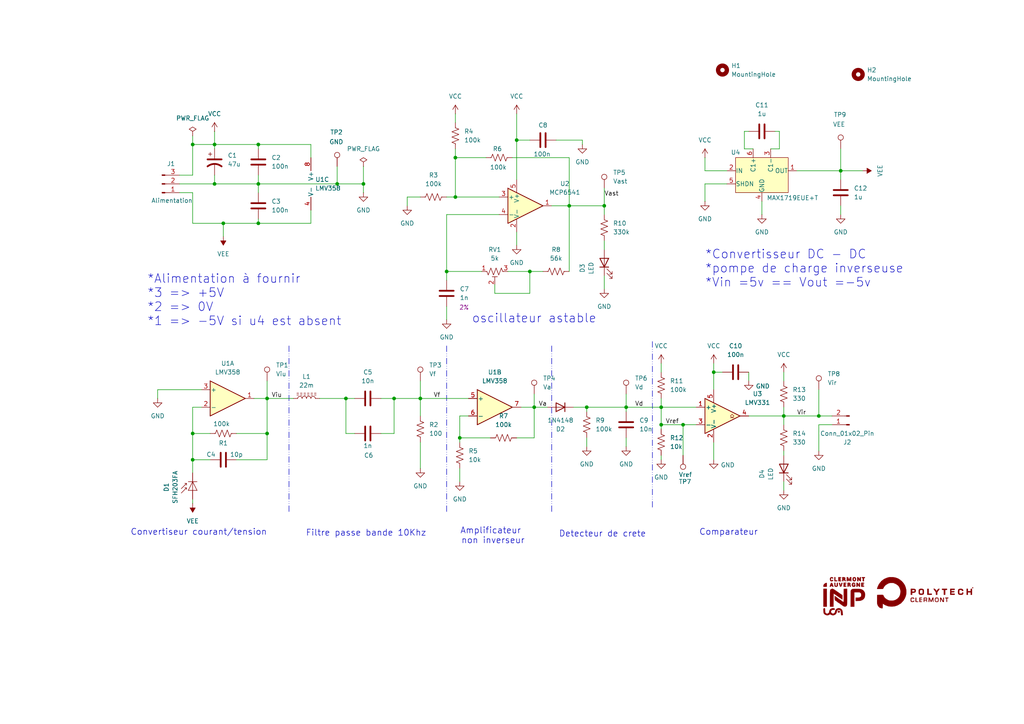
<source format=kicad_sch>
(kicad_sch (version 20250114) (generator "eeschema") (generator_version "9.0")
  (paper "A4")
  (title_block (title "Détecteur de présence pour train miniature") (date "30/09/2025") (rev "2.0") (company "Polytech Clermont") (comment 1 "Mustapha Lahmer"))
  (lib_symbols
    (symbol "Amplifier_Operational:LMV358" (pin_names (offset 0.127))
      (property "Reference" "U" (at 0 5.08 0))
      (property "Value" "LMV358" (at 0 -5.08 0))
      (symbol "LMV358_1_1"
        (pin input line (at -7.62 2.54 0) (length 2.54) (name "+") (number "3"))
        (pin input line (at -7.62 -2.54 0) (length 2.54) (name "-") (number "2"))
        (pin output line (at 7.62 0 180) (length 2.54) (name "~") (number "1"))
      )
      (symbol "LMV358_2_1"
        (pin input line (at -7.62 2.54 0) (length 2.54) (name "+") (number "5"))
        (pin input line (at -7.62 -2.54 0) (length 2.54) (name "-") (number "6"))
        (pin output line (at 7.62 0 180) (length 2.54) (name "~") (number "7"))
      )
      (symbol "LMV358_3_1"
        (pin power_in line (at -2.54 7.62 270) (length 3.81) (name "V+") (number "8"))
        (pin power_in line (at -2.54 -7.62 90) (length 3.81) (name "V-") (number "4"))
      )
    )
    (symbol "C_1" (pin_numbers (hide yes)) (pin_names (offset 0.254))
      (property "Reference" "C2" (at 3.81 1.2701 0))
      (property "Value" "100n" (at 3.81 -1.2699 0))
      (symbol "C_1_1_1"
        (pin passive line (at 0 3.81 270) (length 2.794) (name "~") (number "1"))
        (pin passive line (at 0 -3.81 90) (length 2.794) (name "~") (number "2"))
      )
    )
    (symbol "Comparator:LMV331" (pin_names (offset 0.127))
      (property "Reference" "U" (at 1.27 5.08 0))
      (property "Value" "LMV331" (at 3.81 -5.08 0))
      (symbol "LMV331_1_1"
        (pin input line (at -7.62 2.54 0) (length 2.54) (name "+") (number "1"))
        (pin input line (at -7.62 -2.54 0) (length 2.54) (name "-") (number "3"))
        (pin power_in line (at -2.54 7.62 270) (length 3.81) (name "V+") (number "5"))
        (pin power_in line (at -2.54 -7.62 90) (length 3.81) (name "V-") (number "2"))
        (pin open_collector line (at 7.62 0 180) (length 2.54) (name "~") (number "4"))
      )
    )
    (symbol "Comparator:MCP6561-OT" (pin_names (offset 0.127))
      (property "Reference" "U" (at -1.27 6.35 0))
      (property "Value" "MCP6561-OT" (at -1.27 3.81 0))
      (symbol "MCP6561-OT_0_1"
        (pin power_in line (at -2.54 7.62 270) (length 3.81) (name "V+") (number "5"))
        (pin power_in line (at -2.54 -7.62 90) (length 3.81) (name "V-") (number "2"))
      )
      (symbol "MCP6561-OT_1_1"
        (pin input line (at -7.62 2.54 0) (length 2.54) (name "+") (number "3"))
        (pin input line (at -7.62 -2.54 0) (length 2.54) (name "-") (number "4"))
        (pin output line (at 7.62 0 180) (length 2.54) (name "~") (number "1"))
      )
    )
    (symbol "Connector:Conn_01x02_Pin" (pin_names (offset 1.016) (hide yes))
      (property "Reference" "J" (at 0 2.54 0))
      (property "Value" "Conn_01x02_Pin" (at 0 -5.08 0))
      (symbol "Conn_01x02_Pin_1_1"
        (pin passive line (at 5.08 0 180) (length 3.81) (name "Pin_1") (number "1"))
        (pin passive line (at 5.08 -2.54 180) (length 3.81) (name "Pin_2") (number "2"))
      )
    )
    (symbol "Connector:Conn_01x03_Pin" (pin_names (offset 1.016) (hide yes))
      (property "Reference" "J" (at 0 5.08 0))
      (property "Value" "Conn_01x03_Pin" (at 0 -5.08 0))
      (symbol "Conn_01x03_Pin_1_1"
        (pin passive line (at 5.08 2.54 180) (length 3.81) (name "Pin_1") (number "1"))
        (pin passive line (at 5.08 0 180) (length 3.81) (name "Pin_2") (number "2"))
        (pin passive line (at 5.08 -2.54 180) (length 3.81) (name "Pin_3") (number "3"))
      )
    )
    (symbol "Connector:TestPoint" (pin_numbers (hide yes)) (pin_names (offset 0.762) (hide yes))
      (property "Reference" "TP" (at 0 6.858 0))
      (property "Value" "TestPoint" (at 0 5.08 0))
      (symbol "TestPoint_1_1"
        (pin passive line (at 0 0 90) (length 2.54) (name "1") (number "1"))
      )
    )
    (symbol "Device:C" (pin_numbers (hide yes)) (pin_names (offset 0.254))
      (property "Reference" "C" (at 0.635 2.54 0))
      (property "Value" "C" (at 0.635 -2.54 0))
      (symbol "C_1_1"
        (pin passive line (at 0 3.81 270) (length 2.794) (name "~") (number "1"))
        (pin passive line (at 0 -3.81 90) (length 2.794) (name "~") (number "2"))
      )
    )
    (symbol "Device:C_Polarized_US" (pin_numbers (hide yes)) (pin_names (offset 0.254) (hide yes))
      (property "Reference" "C" (at 0.635 2.54 0))
      (property "Value" "C_Polarized_US" (at 0.635 -2.54 0))
      (symbol "C_Polarized_US_1_1"
        (pin passive line (at 0 3.81 270) (length 2.794) (name "~") (number "1"))
        (pin passive line (at 0 -3.81 90) (length 3.302) (name "~") (number "2"))
      )
    )
    (symbol "Device:LED" (pin_numbers (hide yes)) (pin_names (offset 1.016) (hide yes))
      (property "Reference" "D" (at 0 2.54 0))
      (property "Value" "LED" (at 0 -2.54 0))
      (symbol "LED_1_1"
        (pin passive line (at -3.81 0 0) (length 2.54) (name "K") (number "1"))
        (pin passive line (at 3.81 0 180) (length 2.54) (name "A") (number "2"))
      )
    )
    (symbol "Device:L_Ferrite" (pin_numbers (hide yes)) (pin_names (offset 1.016) (hide yes))
      (property "Reference" "L" (at -1.27 0 90))
      (property "Value" "L_Ferrite" (at 2.794 0 90))
      (symbol "L_Ferrite_1_1"
        (pin passive line (at 0 3.81 270) (length 1.27) (name "1") (number "1"))
        (pin passive line (at 0 -3.81 90) (length 1.27) (name "2") (number "2"))
      )
    )
    (symbol "Device:R_Potentiometer_Trim_US" (pin_names (offset 1.016) (hide yes))
      (property "Reference" "RV" (at -4.445 0 90))
      (property "Value" "R_Potentiometer_Trim_US" (at -2.54 0 90))
      (symbol "R_Potentiometer_Trim_US_1_1"
        (pin passive line (at 0 3.81 270) (length 1.27) (name "1") (number "1"))
        (pin passive line (at 0 -3.81 90) (length 1.27) (name "3") (number "3"))
        (pin passive line (at 3.81 0 180) (length 1.27) (name "2") (number "2"))
      )
    )
    (symbol "Device:R_US" (pin_numbers (hide yes)) (pin_names (offset 0))
      (property "Reference" "R" (at 2.54 0 90))
      (property "Value" "R_US" (at -2.54 0 90))
      (symbol "R_US_1_1"
        (pin passive line (at 0 3.81 270) (length 1.27) (name "~") (number "1"))
        (pin passive line (at 0 -3.81 90) (length 1.27) (name "~") (number "2"))
      )
    )
    (symbol "Diode:1N4148" (pin_numbers (hide yes)) (pin_names (hide yes))
      (property "Reference" "D" (at 0 2.54 0))
      (property "Value" "1N4148" (at 0 -2.54 0))
      (symbol "1N4148_1_1"
        (pin passive line (at -3.81 0 0) (length 2.54) (name "K") (number "1"))
        (pin passive line (at 3.81 0 180) (length 2.54) (name "A") (number "2"))
      )
    )
    (symbol "LOGO:LOGO" (pin_names (offset 1.016)))
    (symbol "Mechanical:MountingHole" (pin_names (offset 1.016)) (in_bom no)
      (property "Reference" "H" (at 0 5.08 0))
      (property "Value" "MountingHole" (at 0 3.175 0))
    )
    (symbol "Sensor_Optical:SFH203FA" (pin_numbers (hide yes)) (pin_names (hide yes))
      (property "Reference" "D" (at 0.508 1.778 0))
      (property "Value" "SFH203FA" (at -1.016 -2.794 0))
      (symbol "SFH203FA_1_1"
        (pin passive line (at -5.08 0 0) (length 2.54) (name "K") (number "1"))
        (pin passive line (at 2.54 0 180) (length 2.54) (name "A") (number "2"))
      )
    )
    (symbol "mysymbol:MAX1719EUE+T" (pin_names (offset 0.0129))
      (property "Reference" "U" (at 0 0 0))
      (symbol "MAX1719EUE+T_1_1"
        (pin input line (at -2.54 -6.35 0) (length 2.54) (name "IN") (number "2"))
        (pin input line (at -2.54 -10.16 0) (length 2.54) (name "SHDN") (number "5"))
        (pin passive line (at 5.08 0 270) (length 2.54) (name "C1+") (number "6"))
        (pin power_in line (at 7.62 -15.24 90) (length 2.54) (name "GND") (number "4"))
        (pin passive line (at 10.16 0 270) (length 2.54) (name "C1-") (number "3"))
        (pin power_out line (at 17.78 -6.35 180) (length 2.54) (name "OUT") (number "1"))
      )
    )
    (symbol "power:GND" (power) (pin_numbers (hide yes)) (pin_names (offset 0) (hide yes))
      (property "Value" "GND" (at 0 -3.81 0))
      (symbol "GND_1_1"
        (pin power_in line (at 0 0 270) (length 0) (name "~") (number "1"))
      )
    )
    (symbol "power:PWR_FLAG" (power) (pin_numbers (hide yes)) (pin_names (offset 0) (hide yes))
      (property "Value" "PWR_FLAG" (at 0 3.81 0))
      (symbol "PWR_FLAG_0_0"
        (pin power_out line (at 0 0 90) (length 0) (name "~") (number "1"))
      )
    )
    (symbol "power:VCC" (power) (pin_numbers (hide yes)) (pin_names (offset 0) (hide yes))
      (property "Value" "VCC" (at 0 3.556 0))
      (symbol "VCC_1_1"
        (pin power_in line (at 0 0 90) (length 0) (name "~") (number "1"))
      )
    )
    (symbol "power:VEE" (power) (pin_numbers (hide yes)) (pin_names (offset 0) (hide yes))
      (property "Value" "VEE" (at 0 3.556 0))
      (symbol "VEE_1_1"
        (pin power_in line (at 0 0 90) (length 0) (name "~") (number "1"))
      )
    )
  )
  (text "Convertiseur courant/tension" (at 57.658 154.432 0) (effects (font (size 1.778 1.778))))
  (text "*Alimentation à fournir\n*3 => +5V\n*2 => 0V\n*1 => -5V si u4 est absent" (at 42.672 87.122 0) (effects (font (size 2.54 2.54)) (justify left)))
  (text "Detecteur de crete" (at 174.752 154.94 0) (effects (font (size 1.778 1.778))))
  (text "Amplificateur \nnon inverseur" (at 143.002 155.448 0) (effects (font (size 1.778 1.778))))
  (text "*Convertisseur DC - DC\n*pompe de charge inverseuse\n*Vin =5v == Vout =-5v" (at 204.47 77.978 0) (effects (font (size 2.54 2.54)) (justify left)))
  (text "oscillateur astable" (at 154.94 92.456 0) (effects (font (size 2.54 2.54))))
  (text "Comparateur" (at 211.328 154.432 0) (effects (font (size 1.778 1.778))))
  (text "Filtre passe bande 10Khz" (at 106.172 154.686 0) (effects (font (size 1.778 1.778))))
  (junction (at 207.01 107.95))
  (junction (at 227.33 120.65))
  (junction (at 154.94 118.11))
  (junction (at 64.77 64.77))
  (junction (at 153.67 78.74))
  (junction (at 129.54 78.74))
  (junction (at 191.77 118.11))
  (junction (at 105.41 53.34))
  (junction (at 74.93 64.77))
  (junction (at 175.26 59.69))
  (junction (at 191.77 123.19))
  (junction (at 165.1 59.69))
  (junction (at 132.08 57.15))
  (junction (at 55.88 133.35))
  (junction (at 62.23 41.91))
  (junction (at 114.3 115.57))
  (junction (at 121.92 115.57))
  (junction (at 74.93 53.34))
  (junction (at 198.12 123.19))
  (junction (at 243.84 49.53))
  (junction (at 132.08 45.72))
  (junction (at 77.47 115.57))
  (junction (at 77.47 125.73))
  (junction (at 149.86 40.64))
  (junction (at 74.93 41.91))
  (junction (at 170.18 118.11))
  (junction (at 62.23 53.34))
  (junction (at 55.88 125.73))
  (junction (at 100.33 115.57))
  (junction (at 237.49 120.65))
  (junction (at 133.35 127))
  (junction (at 181.61 118.11))
  (junction (at 55.88 41.91))
  (junction (at 97.79 53.34))
  (wire (pts (xy 68.58 133.35) (xy 77.47 133.35)))
  (wire (pts (xy 90.17 45.72) (xy 90.17 41.91)))
  (wire (pts (xy 129.54 57.15) (xy 132.08 57.15)))
  (wire (pts (xy 191.77 118.11) (xy 201.93 118.11)))
  (wire (pts (xy 100.33 125.73) (xy 100.33 115.57)))
  (wire (pts (xy 165.1 59.69) (xy 165.1 78.74)))
  (wire (pts (xy 149.86 67.31) (xy 149.86 71.12)))
  (wire (pts (xy 55.88 133.35) (xy 55.88 137.16)))
  (wire (pts (xy 227.33 120.65) (xy 227.33 123.19)))
  (wire (pts (xy 74.93 53.34) (xy 97.79 53.34)))
  (wire (pts (xy 55.88 125.73) (xy 55.88 118.11)))
  (wire (pts (xy 175.26 59.69) (xy 165.1 59.69)))
  (wire (pts (xy 52.07 50.8) (xy 55.88 50.8)))
  (wire (pts (xy 121.92 115.57) (xy 135.89 115.57)))
  (wire (pts (xy 52.07 53.34) (xy 62.23 53.34)))
  (wire (pts (xy 55.88 55.88) (xy 52.07 55.88)))
  (wire (pts (xy 133.35 127) (xy 142.24 127)))
  (wire (pts (xy 102.87 125.73) (xy 100.33 125.73)))
  (wire (pts (xy 132.08 57.15) (xy 144.78 57.15)))
  (wire (pts (xy 73.66 115.57) (xy 77.47 115.57)))
  (wire (pts (xy 217.17 107.95) (xy 217.17 110.49)))
  (wire (pts (xy 175.26 62.23) (xy 175.26 59.69)))
  (wire (pts (xy 90.17 41.91) (xy 74.93 41.91)))
  (wire (pts (xy 166.37 118.11) (xy 170.18 118.11)))
  (wire (pts (xy 191.77 123.19) (xy 191.77 124.46)))
  (wire (pts (xy 147.32 78.74) (xy 153.67 78.74)))
  (wire (pts (xy 227.33 107.95) (xy 227.33 110.49)))
  (wire (pts (xy 191.77 132.08) (xy 191.77 133.35)))
  (wire (pts (xy 215.9 43.18) (xy 218.44 43.18)))
  (wire (pts (xy 97.79 48.26) (xy 97.79 53.34)))
  (wire (pts (xy 55.88 118.11) (xy 58.42 118.11)))
  (wire (pts (xy 153.67 85.09) (xy 153.67 78.74)))
  (wire (pts (xy 154.94 127) (xy 149.86 127)))
  (wire (pts (xy 105.41 48.26) (xy 105.41 53.34)))
  (wire (pts (xy 144.78 62.23) (xy 129.54 62.23)))
  (wire (pts (xy 132.08 45.72) (xy 132.08 57.15)))
  (wire (pts (xy 168.91 40.64) (xy 168.91 41.91)))
  (wire (pts (xy 181.61 119.38) (xy 181.61 118.11)))
  (wire (pts (xy 226.06 38.1) (xy 226.06 43.18)))
  (wire (pts (xy 154.94 118.11) (xy 158.75 118.11)))
  (polyline (pts (xy 129.54 100.33) (xy 129.54 148.59)) (stroke (width 0.1524) (type dash_dot_dot)))
  (wire (pts (xy 149.86 33.02) (xy 149.86 40.64)))
  (wire (pts (xy 226.06 43.18) (xy 223.52 43.18)))
  (wire (pts (xy 181.61 114.3) (xy 181.61 118.11)))
  (wire (pts (xy 207.01 128.27) (xy 207.01 133.35)))
  (wire (pts (xy 55.88 64.77) (xy 55.88 55.88)))
  (wire (pts (xy 77.47 115.57) (xy 77.47 125.73)))
  (wire (pts (xy 227.33 139.7) (xy 227.33 142.24)))
  (wire (pts (xy 209.55 107.95) (xy 207.01 107.95)))
  (wire (pts (xy 210.82 49.53) (xy 204.47 49.53)))
  (wire (pts (xy 100.33 115.57) (xy 102.87 115.57)))
  (wire (pts (xy 77.47 115.57) (xy 85.09 115.57)))
  (wire (pts (xy 149.86 40.64) (xy 149.86 52.07)))
  (wire (pts (xy 77.47 125.73) (xy 77.47 133.35)))
  (wire (pts (xy 105.41 55.88) (xy 105.41 53.34)))
  (wire (pts (xy 153.67 40.64) (xy 149.86 40.64)))
  (wire (pts (xy 121.92 128.27) (xy 121.92 135.89)))
  (wire (pts (xy 118.11 57.15) (xy 118.11 59.69)))
  (wire (pts (xy 129.54 88.9) (xy 129.54 92.71)))
  (wire (pts (xy 154.94 114.3) (xy 154.94 118.11)))
  (wire (pts (xy 129.54 78.74) (xy 129.54 81.28)))
  (wire (pts (xy 198.12 123.19) (xy 201.93 123.19)))
  (wire (pts (xy 74.93 64.77) (xy 64.77 64.77)))
  (wire (pts (xy 133.35 128.27) (xy 133.35 127)))
  (wire (pts (xy 207.01 105.41) (xy 207.01 107.95)))
  (wire (pts (xy 181.61 118.11) (xy 191.77 118.11)))
  (wire (pts (xy 191.77 118.11) (xy 191.77 123.19)))
  (wire (pts (xy 217.17 120.65) (xy 227.33 120.65)))
  (wire (pts (xy 121.92 115.57) (xy 114.3 115.57)))
  (wire (pts (xy 175.26 54.61) (xy 175.26 59.69)))
  (wire (pts (xy 160.02 59.69) (xy 165.1 59.69)))
  (wire (pts (xy 143.51 82.55) (xy 143.51 85.09)))
  (wire (pts (xy 217.17 38.1) (xy 215.9 38.1)))
  (wire (pts (xy 55.88 41.91) (xy 55.88 50.8)))
  (wire (pts (xy 204.47 49.53) (xy 204.47 45.72)))
  (wire (pts (xy 161.29 40.64) (xy 168.91 40.64)))
  (wire (pts (xy 227.33 130.81) (xy 227.33 132.08)))
  (wire (pts (xy 175.26 80.01) (xy 175.26 83.82)))
  (wire (pts (xy 204.47 53.34) (xy 204.47 58.42)))
  (wire (pts (xy 231.14 49.53) (xy 243.84 49.53)))
  (wire (pts (xy 237.49 120.65) (xy 241.3 120.65)))
  (wire (pts (xy 58.42 113.03) (xy 45.72 113.03)))
  (wire (pts (xy 121.92 57.15) (xy 118.11 57.15)))
  (wire (pts (xy 74.93 53.34) (xy 74.93 55.88)))
  (wire (pts (xy 74.93 41.91) (xy 62.23 41.91)))
  (wire (pts (xy 241.3 123.19) (xy 237.49 123.19)))
  (wire (pts (xy 237.49 123.19) (xy 237.49 130.81)))
  (wire (pts (xy 191.77 123.19) (xy 198.12 123.19)))
  (wire (pts (xy 165.1 45.72) (xy 165.1 59.69)))
  (wire (pts (xy 133.35 135.89) (xy 133.35 139.7)))
  (wire (pts (xy 210.82 53.34) (xy 204.47 53.34)))
  (wire (pts (xy 220.98 58.42) (xy 220.98 62.23)))
  (wire (pts (xy 62.23 53.34) (xy 62.23 50.8)))
  (wire (pts (xy 64.77 64.77) (xy 64.77 68.58)))
  (wire (pts (xy 110.49 115.57) (xy 114.3 115.57)))
  (wire (pts (xy 97.79 53.34) (xy 105.41 53.34)))
  (wire (pts (xy 198.12 123.19) (xy 198.12 132.08)))
  (wire (pts (xy 191.77 105.41) (xy 191.77 107.95)))
  (wire (pts (xy 121.92 110.49) (xy 121.92 115.57)))
  (wire (pts (xy 64.77 64.77) (xy 55.88 64.77)))
  (polyline (pts (xy 189.23 99.06) (xy 189.23 147.32)) (stroke (width 0.1524) (type dash_dot_dot)))
  (wire (pts (xy 90.17 60.96) (xy 90.17 64.77)))
  (wire (pts (xy 181.61 118.11) (xy 170.18 118.11)))
  (wire (pts (xy 121.92 120.65) (xy 121.92 115.57)))
  (wire (pts (xy 55.88 144.78) (xy 55.88 146.05)))
  (wire (pts (xy 62.23 43.18) (xy 62.23 41.91)))
  (wire (pts (xy 243.84 49.53) (xy 250.19 49.53)))
  (wire (pts (xy 170.18 127) (xy 170.18 129.54)))
  (wire (pts (xy 243.84 59.69) (xy 243.84 62.23)))
  (wire (pts (xy 175.26 69.85) (xy 175.26 72.39)))
  (wire (pts (xy 110.49 125.73) (xy 114.3 125.73)))
  (wire (pts (xy 140.97 45.72) (xy 132.08 45.72)))
  (wire (pts (xy 132.08 33.02) (xy 132.08 35.56)))
  (wire (pts (xy 151.13 118.11) (xy 154.94 118.11)))
  (wire (pts (xy 133.35 127) (xy 133.35 120.65)))
  (wire (pts (xy 143.51 85.09) (xy 153.67 85.09)))
  (wire (pts (xy 55.88 39.37) (xy 55.88 41.91)))
  (wire (pts (xy 74.93 63.5) (xy 74.93 64.77)))
  (wire (pts (xy 170.18 118.11) (xy 170.18 119.38)))
  (wire (pts (xy 77.47 110.49) (xy 77.47 115.57)))
  (wire (pts (xy 191.77 115.57) (xy 191.77 118.11)))
  (wire (pts (xy 90.17 64.77) (xy 74.93 64.77)))
  (wire (pts (xy 224.79 38.1) (xy 226.06 38.1)))
  (wire (pts (xy 74.93 43.18) (xy 74.93 41.91)))
  (wire (pts (xy 227.33 120.65) (xy 227.33 118.11)))
  (wire (pts (xy 77.47 125.73) (xy 68.58 125.73)))
  (wire (pts (xy 243.84 49.53) (xy 243.84 52.07)))
  (wire (pts (xy 153.67 78.74) (xy 157.48 78.74)))
  (wire (pts (xy 133.35 120.65) (xy 135.89 120.65)))
  (wire (pts (xy 243.84 43.18) (xy 243.84 49.53)))
  (polyline (pts (xy 83.82 100.33) (xy 83.82 148.59)) (stroke (width 0.1524) (type dash_dot_dot)))
  (wire (pts (xy 114.3 125.73) (xy 114.3 115.57)))
  (wire (pts (xy 74.93 53.34) (xy 62.23 53.34)))
  (polyline (pts (xy 160.02 100.33) (xy 160.02 148.59)) (stroke (width 0.1524) (type dash_dot_dot)))
  (wire (pts (xy 92.71 115.57) (xy 100.33 115.57)))
  (wire (pts (xy 154.94 118.11) (xy 154.94 127)))
  (wire (pts (xy 45.72 113.03) (xy 45.72 115.57)))
  (wire (pts (xy 62.23 38.1) (xy 62.23 41.91)))
  (wire (pts (xy 215.9 38.1) (xy 215.9 43.18)))
  (wire (pts (xy 74.93 50.8) (xy 74.93 53.34)))
  (wire (pts (xy 60.96 133.35) (xy 55.88 133.35)))
  (wire (pts (xy 181.61 127) (xy 181.61 129.54)))
  (wire (pts (xy 55.88 133.35) (xy 55.88 125.73)))
  (wire (pts (xy 207.01 107.95) (xy 207.01 113.03)))
  (wire (pts (xy 139.7 78.74) (xy 129.54 78.74)))
  (wire (pts (xy 60.96 125.73) (xy 55.88 125.73)))
  (wire (pts (xy 132.08 43.18) (xy 132.08 45.72)))
  (wire (pts (xy 237.49 113.03) (xy 237.49 120.65)))
  (wire (pts (xy 227.33 120.65) (xy 237.49 120.65)))
  (wire (pts (xy 62.23 41.91) (xy 55.88 41.91)))
  (wire (pts (xy 165.1 45.72) (xy 148.59 45.72)))
  (wire (pts (xy 129.54 62.23) (xy 129.54 78.74)))
  (label "Va" (at 156.21 118.11 0))
  (label "Vd" (at 184.15 118.11 0))
  (label "Vref" (at 193.04 123.19 0))
  (label "Vast" (at 175.26 57.15 0))
  (label "Vf" (at 125.73 115.57 0))
  (label "Vir" (at 231.14 120.65 0))
  (label "Viu" (at 78.74 115.57 0))
  (symbol (lib_id "LOGO:LOGO") (at 260.35 172.72 0) (unit 1)
    (property "Reference" "#G1" (effects (hide yes)))
    (property "Value" "LOGO" (effects (hide yes)))
  )
  (symbol (lib_id "power:GND") (at 181.61 129.54 0) (unit 1)
    (property "Reference" "#PWR016" (effects (hide yes)))
    (property "Value" "GND" (at 181.61 134.62 0))
    (property "Description" "Power symbol creates a global label with name \"GND\" , ground" (effects (hide yes)))
  )
  (symbol (lib_id "Device:R_US") (at 227.33 114.3 0) (unit 1)
    (property "Reference" "R13" (at 229.87 113.0299 0) (effects (justify left)))
    (property "Value" "330" (at 229.87 115.5699 0) (effects (justify left)))
    (property "Footprint" "Resistor_SMD:R_0805_2012Metric_Pad1.20x1.40mm_HandSolder" (effects (hide yes)))
    (property "Description" "Resistor, US symbol" (effects (hide yes)))
  )
  (symbol (lib_id "Device:LED") (at 175.26 76.2 90) (unit 1)
    (property "Reference" "D3" (at 168.91 77.7875 0))
    (property "Value" "LED" (at 171.45 77.7875 0))
    (property "Footprint" "Connector_PinSocket_2.54mm:PinSocket_1x02_P2.54mm_Vertical" (effects (hide yes)))
    (property "Description" "Light emitting diode" (effects (hide yes)))
    (property "Sim.Pins" "1=K 2=A" (effects (hide yes)))
  )
  (symbol (lib_id "power:GND") (at 149.86 71.12 0) (unit 1)
    (property "Reference" "#PWR012" (effects (hide yes)))
    (property "Value" "GND" (at 149.86 76.2 0))
    (property "Description" "Power symbol creates a global label with name \"GND\" , ground" (effects (hide yes)))
  )
  (symbol (lib_id "mysymbol:MAX1719EUE+T") (at 213.36 43.18 0) (unit 1)
    (property "Reference" "U4" (at 213.36 44.196 0))
    (property "Value" "MAX1719EUE+T" (at 229.87 57.404 0))
    (property "Footprint" "Package_TO_SOT_SMD:SOT-23-6_Handsoldering" (effects (hide yes)))
  )
  (symbol (lib_id "Connector:Conn_01x02_Pin") (at 246.38 123.19 180) (unit 1)
    (property "Reference" "J2" (at 245.745 128.27 0))
    (property "Value" "Conn_01x02_Pin" (at 245.745 125.73 0))
    (property "Footprint" "Connector_PinHeader_2.54mm:PinHeader_1x02_P2.54mm_Vertical" (effects (hide yes)))
    (property "Description" "Generic connector, single row, 01x02, script generated" (effects (hide yes)))
  )
  (symbol (lib_id "Device:R_US") (at 161.29 78.74 90) (unit 1)
    (property "Reference" "R8" (at 161.29 72.39 90))
    (property "Value" "56k" (at 161.29 74.93 90))
    (property "Footprint" "Resistor_SMD:R_0805_2012Metric_Pad1.20x1.40mm_HandSolder" (effects (hide yes)))
    (property "Description" "Resistor, US symbol" (effects (hide yes)))
  )
  (symbol (lib_id "power:GND") (at 220.98 62.23 0) (unit 1)
    (property "Reference" "#PWR027" (effects (hide yes)))
    (property "Value" "GND" (at 220.98 67.31 0))
    (property "Description" "Power symbol creates a global label with name \"GND\" , ground" (effects (hide yes)))
  )
  (symbol (lib_id "power:PWR_FLAG") (at 105.41 48.26 0) (unit 1)
    (property "Reference" "#FLG03" (effects (hide yes)))
    (property "Value" "PWR_FLAG" (at 105.41 43.18 0))
    (property "Description" "Special symbol for telling ERC where power comes from" (effects (hide yes)))
  )
  (symbol (lib_id "power:GND") (at 237.49 130.81 0) (unit 1)
    (property "Reference" "#PWR026" (effects (hide yes)))
    (property "Value" "GND" (at 237.49 135.89 0))
    (property "Description" "Power symbol creates a global label with name \"GND\" , ground" (effects (hide yes)))
  )
  (symbol (lib_id "Connector:TestPoint") (at 237.49 113.03 0) (unit 1)
    (property "Reference" "TP8" (at 240.03 108.4579 0) (effects (justify left)))
    (property "Value" "Vir" (at 240.03 110.9979 0) (effects (justify left)))
    (property "Footprint" "mesempreintes:TestPoint_Test-12" (effects (hide yes)))
    (property "Description" "test point" (effects (hide yes)))
  )
  (symbol (lib_id "power:VEE") (at 55.88 146.05 180) (unit 1)
    (property "Reference" "#PWR04" (effects (hide yes)))
    (property "Value" "VEE" (at 55.88 151.13 0))
    (property "Description" "Power symbol creates a global label with name \"VEE\"" (effects (hide yes)))
  )
  (symbol (lib_id "power:VEE") (at 64.77 68.58 180) (unit 1)
    (property "Reference" "#PWR03" (effects (hide yes)))
    (property "Value" "VEE" (at 64.77 73.66 0))
    (property "Description" "Power symbol creates a global label with name \"VEE\"" (effects (hide yes)))
  )
  (symbol (lib_id "Device:R_US") (at 170.18 123.19 0) (unit 1)
    (property "Reference" "R9" (at 172.72 121.9199 0) (effects (justify left)))
    (property "Value" "100k" (at 172.72 124.4599 0) (effects (justify left)))
    (property "Footprint" "Resistor_SMD:R_0805_2012Metric_Pad1.20x1.40mm_HandSolder" (effects (hide yes)))
    (property "Description" "Resistor, US symbol" (effects (hide yes)))
  )
  (symbol (lib_id "Connector:TestPoint") (at 97.79 48.26 0) (unit 1)
    (property "Reference" "TP2" (at 95.758 38.354 0) (effects (justify left)))
    (property "Value" "GND" (at 95.504 41.148 0) (effects (justify left)))
    (property "Footprint" "mesempreintes:TestPoint_Test-12" (effects (hide yes)))
    (property "Description" "test point" (effects (hide yes)))
  )
  (symbol (lib_id "Device:R_US") (at 191.77 128.27 0) (unit 1)
    (property "Reference" "R12" (at 194.31 126.9999 0) (effects (justify left)))
    (property "Value" "10k" (at 194.31 129.5399 0) (effects (justify left)))
    (property "Footprint" "Resistor_SMD:R_0805_2012Metric_Pad1.20x1.40mm_HandSolder" (effects (hide yes)))
    (property "Description" "Resistor, US symbol" (effects (hide yes)))
  )
  (symbol (lib_id "Device:C") (at 106.68 125.73 90) (unit 1)
    (property "Reference" "C6" (at 106.934 132.08 90))
    (property "Value" "1n" (at 106.68 129.286 90))
    (property "Footprint" "Capacitor_SMD:C_0805_2012Metric_Pad1.18x1.45mm_HandSolder" (effects (hide yes)))
    (property "Description" "Unpolarized capacitor" (effects (hide yes)))
  )
  (symbol (lib_id "power:VCC") (at 149.86 33.02 0) (unit 1)
    (property "Reference" "#PWR011" (effects (hide yes)))
    (property "Value" "VCC" (at 149.86 27.94 0))
    (property "Description" "Power symbol creates a global label with name \"VCC\"" (effects (hide yes)))
  )
  (symbol (lib_id "power:GND") (at 118.11 59.69 0) (unit 1)
    (property "Reference" "#PWR06" (effects (hide yes)))
    (property "Value" "GND" (at 118.11 64.77 0))
    (property "Description" "Power symbol creates a global label with name \"GND\" , ground" (effects (hide yes)))
  )
  (symbol (lib_id "Connector:TestPoint") (at 198.12 132.08 180) (unit 1)
    (property "Reference" "TP7" (at 196.85 139.7 0) (effects (justify right)))
    (property "Value" "Vref" (at 196.85 137.668 0) (effects (justify right)))
    (property "Footprint" "mesempreintes:TestPoint_Test-12" (effects (hide yes)))
    (property "Description" "test point" (effects (hide yes)))
  )
  (symbol (lib_id "Device:C") (at 243.84 55.88 0) (unit 1)
    (property "Reference" "C12" (at 247.65 54.6099 0) (effects (justify left)))
    (property "Value" "1u" (at 247.65 57.1499 0) (effects (justify left)))
    (property "Footprint" "Capacitor_SMD:C_0805_2012Metric_Pad1.18x1.45mm_HandSolder" (effects (hide yes)))
    (property "Description" "Unpolarized capacitor" (effects (hide yes)))
  )
  (symbol (lib_id "Device:R_US") (at 125.73 57.15 90) (unit 1)
    (property "Reference" "R3" (at 125.73 50.8 90))
    (property "Value" "100k" (at 125.73 53.34 90))
    (property "Footprint" "Resistor_SMD:R_0805_2012Metric_Pad1.20x1.40mm_HandSolder" (effects (hide yes)))
    (property "Description" "Resistor, US symbol" (effects (hide yes)))
  )
  (symbol (lib_id "Device:C") (at 74.93 59.69 0) (unit 1)
    (property "Reference" "C3" (at 78.74 58.4199 0) (effects (justify left)))
    (property "Value" "100n" (at 78.74 60.9599 0) (effects (justify left)))
    (property "Footprint" "Capacitor_SMD:C_0805_2012Metric_Pad1.18x1.45mm_HandSolder" (effects (hide yes)))
    (property "Description" "Unpolarized capacitor" (effects (hide yes)))
  )
  (symbol (lib_id "power:GND") (at 121.92 135.89 0) (unit 1)
    (property "Reference" "#PWR07" (effects (hide yes)))
    (property "Value" "GND" (at 121.92 140.97 0))
    (property "Description" "Power symbol creates a global label with name \"GND\" , ground" (effects (hide yes)))
  )
  (symbol (lib_id "power:GND") (at 243.84 62.23 0) (unit 1)
    (property "Reference" "#PWR028" (effects (hide yes)))
    (property "Value" "GND" (at 243.84 67.31 0))
    (property "Description" "Power symbol creates a global label with name \"GND\" , ground" (effects (hide yes)))
  )
  (symbol (lib_id "Comparator:LMV331") (at 209.55 120.65 0) (unit 1)
    (property "Reference" "U3" (at 219.71 114.2298 0))
    (property "Value" "LMV331" (at 219.71 116.7698 0))
    (property "Footprint" "Package_TO_SOT_SMD:SOT-23-5_HandSoldering" (effects (hide yes)))
    (property "Datasheet" "http://www.ti.com/lit/ds/symlink/lmv331.pdf" (effects (hide yes)))
    (property "Description" "Single General-Purpose Low-Voltage Comparator, SOT-23-5/SC-70-5" (effects (hide yes)))
  )
  (symbol (lib_id "Device:C") (at 181.61 123.19 0) (unit 1)
    (property "Reference" "C9" (at 185.42 121.9199 0) (effects (justify left)))
    (property "Value" "10n" (at 185.42 124.4599 0) (effects (justify left)))
    (property "Footprint" "Capacitor_SMD:C_0805_2012Metric_Pad1.18x1.45mm_HandSolder" (effects (hide yes)))
    (property "Description" "Unpolarized capacitor" (effects (hide yes)))
  )
  (symbol (lib_id "Device:C_Polarized_US") (at 62.23 46.99 0) (unit 1)
    (property "Reference" "C1" (at 66.04 45.0849 0) (effects (justify left)))
    (property "Value" "47u" (at 66.04 47.6249 0) (effects (justify left)))
    (property "Footprint" "Capacitor_SMD:CP_Elec_5x5.4" (effects (hide yes)))
    (property "Description" "Polarized capacitor, US symbol" (effects (hide yes)))
  )
  (symbol (lib_id "Connector:TestPoint") (at 121.92 110.49 0) (unit 1)
    (property "Reference" "TP3" (at 124.46 105.9179 0) (effects (justify left)))
    (property "Value" "Vf" (at 124.46 108.4579 0) (effects (justify left)))
    (property "Footprint" "mesempreintes:TestPoint_Test-12" (effects (hide yes)))
    (property "Description" "test point" (effects (hide yes)))
  )
  (symbol (lib_id "Connector:TestPoint") (at 243.84 43.18 0) (unit 1)
    (property "Reference" "TP9" (at 241.808 33.274 0) (effects (justify left)))
    (property "Value" "VEE" (at 241.554 36.068 0) (effects (justify left)))
    (property "Footprint" "mesempreintes:TestPoint_Test-12" (effects (hide yes)))
    (property "Description" "test point" (effects (hide yes)))
  )
  (symbol (lib_id "Device:C") (at 129.54 85.09 0) (unit 1)
    (property "Reference" "C7" (at 133.35 83.8199 0) (effects (justify left)))
    (property "Value" "1n" (at 133.35 86.3599 0) (effects (justify left)))
    (property "Footprint" "Capacitor_SMD:C_0805_2012Metric_Pad1.18x1.45mm_HandSolder" (effects (hide yes)))
    (property "Description" "Unpolarized capacitor" (effects (hide yes)))
    (property "Tolerance" "2%" (at 134.62 89.154 0))
  )
  (symbol (lib_id "Device:L_Ferrite") (at 88.9 115.57 90) (unit 1)
    (property "Reference" "L1" (at 88.9 109.22 90))
    (property "Value" "22m" (at 88.9 111.76 90))
    (property "Footprint" "Inductor_THT:L_Radial_D8.7mm_P5.00mm_Fastron_07HCP" (effects (hide yes)))
    (property "Description" "Inductor with ferrite core" (effects (hide yes)))
  )
  (symbol (lib_id "Device:R_US") (at 144.78 45.72 90) (unit 1)
    (property "Reference" "R6" (at 144.272 43.18 90))
    (property "Value" "100k" (at 144.526 48.514 90))
    (property "Footprint" "Resistor_SMD:R_0805_2012Metric_Pad1.20x1.40mm_HandSolder" (effects (hide yes)))
    (property "Description" "Resistor, US symbol" (effects (hide yes)))
  )
  (symbol (lib_id "Sensor_Optical:SFH203FA") (at 55.88 142.24 90) (mirror x) (unit 1)
    (property "Reference" "D1" (at 48.26 141.3129 0))
    (property "Value" "SFH203FA" (at 50.8 141.3129 0))
    (property "Footprint" "Connector_PinSocket_2.54mm:PinSocket_1x02_P2.54mm_Vertical" (effects (hide yes)))
    (property "Datasheet" "http://www.osram-os.com/Graphics/XPic9/00101656_0.pdf/SFH%20203,%20SFH%20203%20FA,%20Lead%20(Pb)%20Free%20Product%20-%20RoHS%20Compliant.pdf" (effects (hide yes)))
    (property "Description" "Silicon PIN Photodiode with Daylight Blocking Filter" (effects (hide yes)))
  )
  (symbol (lib_name "C_1") (lib_id "Device:C") (at 74.93 46.99 0) (unit 1)
    (property "Reference" "C2" (at 78.74 45.7199 0) (effects (justify left)))
    (property "Value" "100n" (at 78.74 48.2599 0) (effects (justify left)))
    (property "Footprint" "Capacitor_SMD:C_0805_2012Metric_Pad1.18x1.45mm_HandSolder" (effects (hide yes)))
    (property "Description" "Unpolarized capacitor" (effects (hide yes)))
  )
  (symbol (lib_id "Device:R_US") (at 191.77 111.76 0) (unit 1)
    (property "Reference" "R11" (at 194.31 110.4899 0) (effects (justify left)))
    (property "Value" "100k" (at 194.31 113.0299 0) (effects (justify left)))
    (property "Footprint" "Resistor_SMD:R_0805_2012Metric_Pad1.20x1.40mm_HandSolder" (effects (hide yes)))
    (property "Description" "Resistor, US symbol" (effects (hide yes)))
  )
  (symbol (lib_id "power:GND") (at 217.17 110.49 0) (unit 1)
    (property "Reference" "#PWR021" (effects (hide yes)))
    (property "Value" "GND" (at 221.234 112.014 0))
    (property "Description" "Power symbol creates a global label with name \"GND\" , ground" (effects (hide yes)))
  )
  (symbol (lib_id "Amplifier_Operational:LMV358") (at 92.71 53.34 0) (unit 3)
    (property "Reference" "U1" (at 91.44 52.0699 0) (effects (justify left)))
    (property "Value" "LMV358" (at 91.44 54.6099 0) (effects (justify left)))
    (property "Footprint" "LMV358IDR:SOIC127P599X175-8N" (effects (hide yes)))
    (property "Datasheet" "http://www.ti.com/lit/ds/symlink/lmv324.pdf" (effects (hide yes)))
    (property "Description" "Dual Low-Voltage Rail-to-Rail Output Operational Amplifiers, SOIC-8/SSOP-8" (effects (hide yes)))
  )
  (symbol (lib_id "Diode:1N4148") (at 162.56 118.11 180) (unit 1)
    (property "Reference" "D2" (at 162.56 124.46 0))
    (property "Value" "1N4148" (at 162.56 121.92 0))
    (property "Footprint" "Diode_THT:D_DO-35_SOD27_P2.54mm_Vertical_AnodeUp" (effects (hide yes)))
    (property "Datasheet" "https://assets.nexperia.com/documents/data-sheet/1N4148_1N4448.pdf" (effects (hide yes)))
    (property "Description" "100V 0.15A standard switching diode, DO-35" (effects (hide yes)))
    (property "Sim.Device" "D" (effects (hide yes)))
    (property "Sim.Pins" "1=K 2=A" (effects (hide yes)))
  )
  (symbol (lib_id "Device:R_US") (at 121.92 124.46 0) (unit 1)
    (property "Reference" "R2" (at 124.46 123.1899 0) (effects (justify left)))
    (property "Value" "100" (at 124.46 125.7299 0) (effects (justify left)))
    (property "Footprint" "Resistor_SMD:R_0805_2012Metric_Pad1.20x1.40mm_HandSolder" (effects (hide yes)))
    (property "Description" "Resistor, US symbol" (effects (hide yes)))
  )
  (symbol (lib_id "power:GND") (at 227.33 142.24 0) (unit 1)
    (property "Reference" "#PWR025" (effects (hide yes)))
    (property "Value" "GND" (at 227.33 147.32 0))
    (property "Description" "Power symbol creates a global label with name \"GND\" , ground" (effects (hide yes)))
  )
  (symbol (lib_id "Connector:TestPoint") (at 175.26 54.61 0) (unit 1)
    (property "Reference" "TP5" (at 177.8 50.0379 0) (effects (justify left)))
    (property "Value" "Vast" (at 177.8 52.5779 0) (effects (justify left)))
    (property "Footprint" "mesempreintes:TestPoint_Test-12" (effects (hide yes)))
    (property "Description" "test point" (effects (hide yes)))
  )
  (symbol (lib_id "power:GND") (at 105.41 55.88 0) (unit 1)
    (property "Reference" "#PWR05" (effects (hide yes)))
    (property "Value" "GND" (at 105.41 60.96 0))
    (property "Description" "Power symbol creates a global label with name \"GND\" , ground" (effects (hide yes)))
  )
  (symbol (lib_id "power:GND") (at 170.18 129.54 0) (unit 1)
    (property "Reference" "#PWR014" (effects (hide yes)))
    (property "Value" "GND" (at 170.18 134.62 0))
    (property "Description" "Power symbol creates a global label with name \"GND\" , ground" (effects (hide yes)))
  )
  (symbol (lib_id "Comparator:MCP6561-OT") (at 152.4 59.69 0) (unit 1)
    (property "Reference" "U2" (at 163.83 53.2698 0))
    (property "Value" "MCP6541" (at 163.83 55.8098 0))
    (property "Footprint" "MCP6541T-E_OT:SOT95P280X145-5N" (effects (hide yes)))
    (property "Datasheet" "http://ww1.microchip.com/downloads/en/DeviceDoc/MCP6561-1R-1U-2-4-1.8V-Low-Power-Push-Pull-Output-Comparator-DS20002139E.pdf" (effects (hide yes)))
    (property "Description" "Single 1.8V Low-Power Push-Pull Output Comparator, SOT-23-5" (effects (hide yes)))
  )
  (symbol (lib_id "power:GND") (at 191.77 133.35 0) (unit 1)
    (property "Reference" "#PWR018" (effects (hide yes)))
    (property "Value" "GND" (at 191.77 138.43 0))
    (property "Description" "Power symbol creates a global label with name \"GND\" , ground" (effects (hide yes)))
  )
  (symbol (lib_id "power:GND") (at 129.54 92.71 0) (unit 1)
    (property "Reference" "#PWR08" (effects (hide yes)))
    (property "Value" "GND" (at 129.54 97.79 0))
    (property "Description" "Power symbol creates a global label with name \"GND\" , ground" (effects (hide yes)))
  )
  (symbol (lib_id "power:PWR_FLAG") (at 55.88 39.37 0) (unit 1)
    (property "Reference" "#FLG01" (effects (hide yes)))
    (property "Value" "PWR_FLAG" (at 55.88 34.29 0))
    (property "Description" "Special symbol for telling ERC where power comes from" (effects (hide yes)))
  )
  (symbol (lib_id "power:VCC") (at 207.01 105.41 0) (unit 1)
    (property "Reference" "#PWR019" (effects (hide yes)))
    (property "Value" "VCC" (at 207.01 100.33 0))
    (property "Description" "Power symbol creates a global label with name \"VCC\"" (effects (hide yes)))
  )
  (symbol (lib_id "power:GND") (at 133.35 139.7 0) (unit 1)
    (property "Reference" "#PWR010" (effects (hide yes)))
    (property "Value" "GND" (at 133.35 144.78 0))
    (property "Description" "Power symbol creates a global label with name \"GND\" , ground" (effects (hide yes)))
  )
  (symbol (lib_id "power:GND") (at 204.47 58.42 0) (unit 1)
    (property "Reference" "#PWR023" (effects (hide yes)))
    (property "Value" "GND" (at 204.47 63.5 0))
    (property "Description" "Power symbol creates a global label with name \"GND\" , ground" (effects (hide yes)))
  )
  (symbol (lib_id "Device:R_US") (at 133.35 132.08 0) (unit 1)
    (property "Reference" "R5" (at 135.89 130.8099 0) (effects (justify left)))
    (property "Value" "10k" (at 135.89 133.3499 0) (effects (justify left)))
    (property "Footprint" "Resistor_SMD:R_0805_2012Metric_Pad1.20x1.40mm_HandSolder" (effects (hide yes)))
    (property "Description" "Resistor, US symbol" (effects (hide yes)))
  )
  (symbol (lib_id "power:VCC") (at 204.47 45.72 0) (unit 1)
    (property "Reference" "#PWR022" (effects (hide yes)))
    (property "Value" "VCC" (at 204.47 40.64 0))
    (property "Description" "Power symbol creates a global label with name \"VCC\"" (effects (hide yes)))
  )
  (symbol (lib_id "Amplifier_Operational:LMV358") (at 66.04 115.57 0) (unit 1)
    (property "Reference" "U1" (at 66.04 105.41 0))
    (property "Value" "LMV358" (at 66.04 107.95 0))
    (property "Footprint" "LMV358IDR:SOIC127P599X175-8N" (effects (hide yes)))
    (property "Datasheet" "http://www.ti.com/lit/ds/symlink/lmv324.pdf" (effects (hide yes)))
    (property "Description" "Dual Low-Voltage Rail-to-Rail Output Operational Amplifiers, SOIC-8/SSOP-8" (effects (hide yes)))
  )
  (symbol (lib_id "Device:C") (at 213.36 107.95 90) (unit 1)
    (property "Reference" "C10" (at 213.36 100.33 90))
    (property "Value" "100n" (at 213.36 102.87 90))
    (property "Footprint" "Capacitor_SMD:C_0805_2012Metric_Pad1.18x1.45mm_HandSolder" (effects (hide yes)))
    (property "Description" "Unpolarized capacitor" (effects (hide yes)))
  )
  (symbol (lib_id "power:GND") (at 168.91 41.91 0) (unit 1)
    (property "Reference" "#PWR013" (effects (hide yes)))
    (property "Value" "GND" (at 168.91 46.99 0))
    (property "Description" "Power symbol creates a global label with name \"GND\" , ground" (effects (hide yes)))
  )
  (symbol (lib_id "Device:R_US") (at 64.77 125.73 90) (unit 1)
    (property "Reference" "R1" (at 64.77 128.524 90))
    (property "Value" "100k" (at 64.262 122.936 90))
    (property "Footprint" "Resistor_SMD:R_0805_2012Metric_Pad1.20x1.40mm_HandSolder" (effects (hide yes)))
    (property "Description" "Resistor, US symbol" (effects (hide yes)))
  )
  (symbol (lib_id "Device:R_US") (at 227.33 127 0) (unit 1)
    (property "Reference" "R14" (at 229.87 125.7299 0) (effects (justify left)))
    (property "Value" "330" (at 229.87 128.2699 0) (effects (justify left)))
    (property "Footprint" "Resistor_SMD:R_0805_2012Metric_Pad1.20x1.40mm_HandSolder" (effects (hide yes)))
    (property "Description" "Resistor, US symbol" (effects (hide yes)))
  )
  (symbol (lib_id "Device:C") (at 220.98 38.1 90) (unit 1)
    (property "Reference" "C11" (at 220.98 30.48 90))
    (property "Value" "1u" (at 220.98 33.02 90))
    (property "Footprint" "Capacitor_SMD:C_0805_2012Metric_Pad1.18x1.45mm_HandSolder" (effects (hide yes)))
    (property "Description" "Unpolarized capacitor" (effects (hide yes)))
  )
  (symbol (lib_id "Mechanical:MountingHole") (at 248.92 21.59 0) (unit 1) (in_bom no)
    (property "Reference" "H2" (at 251.46 20.3199 0) (effects (justify left)))
    (property "Value" "MountingHole" (at 251.46 22.8599 0) (effects (justify left)))
    (property "Footprint" "MountingHole:MountingHole_3mm" (effects (hide yes)))
    (property "Description" "Mounting Hole without connection" (effects (hide yes)))
  )
  (symbol (lib_id "Device:R_Potentiometer_Trim_US") (at 143.51 78.74 90) (mirror x) (unit 1)
    (property "Reference" "RV1" (at 143.51 72.39 90))
    (property "Value" "5k" (at 143.51 74.93 90))
    (property "Footprint" "TC33X-2-203E:TRIM_TC33X-2-203E" (effects (hide yes)))
    (property "Description" "Trim-potentiometer, US symbol" (effects (hide yes)))
  )
  (symbol (lib_id "Connector:TestPoint") (at 154.94 114.3 0) (unit 1)
    (property "Reference" "TP4" (at 157.48 109.7279 0) (effects (justify left)))
    (property "Value" "Va" (at 157.48 112.2679 0) (effects (justify left)))
    (property "Footprint" "mesempreintes:TestPoint_Test-12" (effects (hide yes)))
    (property "Description" "test point" (effects (hide yes)))
  )
  (symbol (lib_id "power:VCC") (at 62.23 38.1 0) (unit 1)
    (property "Reference" "#PWR01" (effects (hide yes)))
    (property "Value" "VCC" (at 62.23 33.02 0))
    (property "Description" "Power symbol creates a global label with name \"VCC\"" (effects (hide yes)))
  )
  (symbol (lib_id "Device:LED") (at 227.33 135.89 90) (unit 1)
    (property "Reference" "D4" (at 220.98 137.4775 0))
    (property "Value" "LED" (at 223.52 137.4775 0))
    (property "Footprint" "LED_SMD:LED_0805_2012Metric_Pad1.15x1.40mm_HandSolder" (effects (hide yes)))
    (property "Description" "Light emitting diode" (effects (hide yes)))
    (property "Sim.Pins" "1=K 2=A" (effects (hide yes)))
  )
  (symbol (lib_id "power:VCC") (at 132.08 33.02 0) (unit 1)
    (property "Reference" "#PWR09" (effects (hide yes)))
    (property "Value" "VCC" (at 132.08 27.94 0))
    (property "Description" "Power symbol creates a global label with name \"VCC\"" (effects (hide yes)))
  )
  (symbol (lib_id "Device:R_US") (at 175.26 66.04 0) (unit 1)
    (property "Reference" "R10" (at 177.8 64.7699 0) (effects (justify left)))
    (property "Value" "330k" (at 177.8 67.3099 0) (effects (justify left)))
    (property "Footprint" "Resistor_SMD:R_0805_2012Metric_Pad1.20x1.40mm_HandSolder" (effects (hide yes)))
    (property "Description" "Resistor, US symbol" (effects (hide yes)))
  )
  (symbol (lib_id "power:VCC") (at 191.77 105.41 0) (unit 1)
    (property "Reference" "#PWR017" (effects (hide yes)))
    (property "Value" "VCC" (at 191.77 100.33 0))
    (property "Description" "Power symbol creates a global label with name \"VCC\"" (effects (hide yes)))
  )
  (symbol (lib_id "power:GND") (at 45.72 115.57 0) (unit 1)
    (property "Reference" "#PWR02" (effects (hide yes)))
    (property "Value" "GND" (at 45.72 120.65 0))
    (property "Description" "Power symbol creates a global label with name \"GND\" , ground" (effects (hide yes)))
  )
  (symbol (lib_id "Device:R_US") (at 146.05 127 90) (unit 1)
    (property "Reference" "R7" (at 146.05 120.65 90))
    (property "Value" "100k" (at 146.05 123.19 90))
    (property "Footprint" "Resistor_SMD:R_0805_2012Metric_Pad1.20x1.40mm_HandSolder" (effects (hide yes)))
    (property "Description" "Resistor, US symbol" (effects (hide yes)))
  )
  (symbol (lib_id "Connector:TestPoint") (at 181.61 114.3 0) (unit 1)
    (property "Reference" "TP6" (at 184.15 109.7279 0) (effects (justify left)))
    (property "Value" "Vd" (at 184.15 112.2679 0) (effects (justify left)))
    (property "Footprint" "mesempreintes:TestPoint_Test-12" (effects (hide yes)))
    (property "Description" "test point" (effects (hide yes)))
  )
  (symbol (lib_id "Device:C") (at 64.77 133.35 90) (unit 1)
    (property "Reference" "C4" (at 61.214 131.826 90))
    (property "Value" "10p" (at 68.58 131.826 90))
    (property "Footprint" "Capacitor_SMD:C_0805_2012Metric_Pad1.18x1.45mm_HandSolder" (effects (hide yes)))
    (property "Description" "Unpolarized capacitor" (effects (hide yes)))
  )
  (symbol (lib_id "power:GND") (at 175.26 83.82 0) (unit 1)
    (property "Reference" "#PWR015" (effects (hide yes)))
    (property "Value" "GND" (at 175.26 88.9 0))
    (property "Description" "Power symbol creates a global label with name \"GND\" , ground" (effects (hide yes)))
  )
  (symbol (lib_id "Mechanical:MountingHole") (at 209.55 20.32 0) (unit 1) (in_bom no)
    (property "Reference" "H1" (at 212.09 19.0499 0) (effects (justify left)))
    (property "Value" "MountingHole" (at 212.09 21.5899 0) (effects (justify left)))
    (property "Footprint" "MountingHole:MountingHole_3mm" (effects (hide yes)))
    (property "Description" "Mounting Hole without connection" (effects (hide yes)))
  )
  (symbol (lib_id "Connector:TestPoint") (at 77.47 110.49 0) (unit 1)
    (property "Reference" "TP1" (at 80.01 105.9179 0) (effects (justify left)))
    (property "Value" "Viu" (at 80.01 108.4579 0) (effects (justify left)))
    (property "Footprint" "mesempreintes:TestPoint_Test-12" (effects (hide yes)))
    (property "Description" "test point" (effects (hide yes)))
  )
  (symbol (lib_id "power:GND") (at 207.01 133.35 0) (unit 1)
    (property "Reference" "#PWR020" (effects (hide yes)))
    (property "Value" "GND" (at 211.074 134.874 0))
    (property "Description" "Power symbol creates a global label with name \"GND\" , ground" (effects (hide yes)))
  )
  (symbol (lib_id "power:VCC") (at 227.33 107.95 0) (unit 1)
    (property "Reference" "#PWR024" (effects (hide yes)))
    (property "Value" "VCC" (at 227.33 102.87 0))
    (property "Description" "Power symbol creates a global label with name \"VCC\"" (effects (hide yes)))
  )
  (symbol (lib_id "Device:C") (at 106.68 115.57 90) (unit 1)
    (property "Reference" "C5" (at 106.68 107.95 90))
    (property "Value" "10n" (at 106.68 110.49 90))
    (property "Footprint" "Capacitor_SMD:C_0805_2012Metric_Pad1.18x1.45mm_HandSolder" (effects (hide yes)))
    (property "Description" "Unpolarized capacitor" (effects (hide yes)))
  )
  (symbol (lib_id "Device:R_US") (at 132.08 39.37 0) (unit 1)
    (property "Reference" "R4" (at 134.62 38.0999 0) (effects (justify left)))
    (property "Value" "100k" (at 134.62 40.6399 0) (effects (justify left)))
    (property "Footprint" "Resistor_SMD:R_0805_2012Metric_Pad1.20x1.40mm_HandSolder" (effects (hide yes)))
    (property "Description" "Resistor, US symbol" (effects (hide yes)))
  )
  (symbol (lib_id "Amplifier_Operational:LMV358") (at 143.51 118.11 0) (unit 2)
    (property "Reference" "U1" (at 143.51 107.95 0))
    (property "Value" "LMV358" (at 143.51 110.49 0))
    (property "Footprint" "LMV358IDR:SOIC127P599X175-8N" (effects (hide yes)))
    (property "Datasheet" "http://www.ti.com/lit/ds/symlink/lmv324.pdf" (effects (hide yes)))
    (property "Description" "Dual Low-Voltage Rail-to-Rail Output Operational Amplifiers, SOIC-8/SSOP-8" (effects (hide yes)))
  )
  (symbol (lib_id "power:VEE") (at 250.19 49.53 270) (unit 1)
    (property "Reference" "#PWR029" (effects (hide yes)))
    (property "Value" "VEE" (at 255.27 49.53 0))
    (property "Description" "Power symbol creates a global label with name \"VEE\"" (effects (hide yes)))
  )
  (symbol (lib_id "Device:C") (at 157.48 40.64 90) (unit 1)
    (property "Reference" "C8" (at 157.48 36.322 90))
    (property "Value" "100n" (at 157.226 44.704 90))
    (property "Footprint" "Capacitor_SMD:C_0805_2012Metric_Pad1.18x1.45mm_HandSolder" (effects (hide yes)))
    (property "Description" "Unpolarized capacitor" (effects (hide yes)))
  )
  (symbol (lib_id "Connector:Conn_01x03_Pin") (at 46.99 53.34 0) (mirror x) (unit 1)
    (property "Reference" "J1" (at 50.8 47.498 0) (effects (justify right)))
    (property "Value" "Alimentation" (at 55.88 58.166 0) (effects (justify right)))
    (property "Footprint" "Connector_PinHeader_2.54mm:PinHeader_1x03_P2.54mm_Vertical" (effects (hide yes)))
    (property "Description" "Generic connector, single row, 01x03, script generated" (effects (hide yes)))
  )
)
</source>
